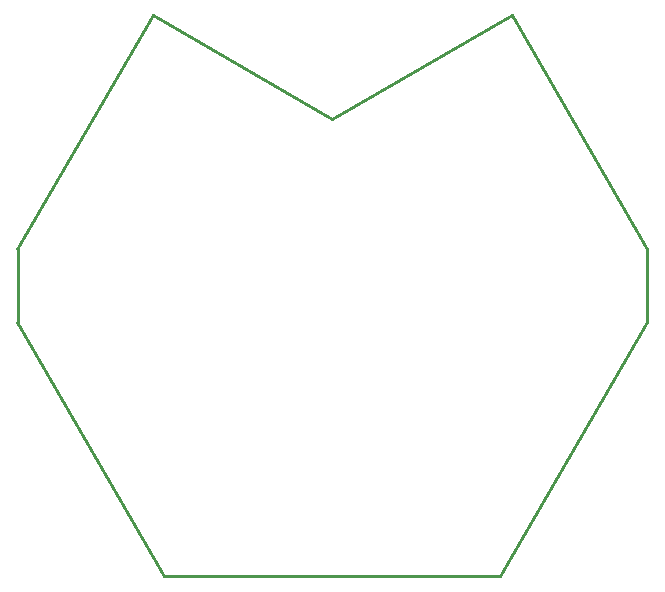
<source format=gko>
G04 Layer: BoardOutlineLayer*
G04 EasyEDA v6.5.22, 2023-01-18 14:56:14*
G04 eb7a50f388b942ddb5e33576d95934dd,93c32eb58a6e4653a9b851d96a472eee,10*
G04 Gerber Generator version 0.2*
G04 Scale: 100 percent, Rotated: No, Reflected: No *
G04 Dimensions in millimeters *
G04 leading zeros omitted , absolute positions ,4 integer and 5 decimal *
%FSLAX45Y45*%
%MOMM*%

%ADD10C,0.2540*%
D10*
X-2069845Y2452370D02*
G01*
X-924559Y4436110D01*
X3263900Y1840484D02*
G01*
X2018538Y-316229D01*
X-824738Y-316229D01*
X-2070607Y1841245D01*
X2118613Y4435602D02*
G01*
X3262629Y2454147D01*
X3260343Y2458069D02*
G01*
X3260343Y1834530D01*
X-2066544Y2458069D02*
G01*
X-2066544Y1834530D01*
X-924054Y4436920D02*
G01*
X596900Y3558796D01*
X2117854Y4436920D01*
X3260343Y2458069D02*
G01*
X3260343Y1834530D01*
X-2066544Y2458069D02*
G01*
X-2066544Y1834530D01*
X-924054Y4436920D02*
G01*
X596900Y3558796D01*
X2117854Y4436920D01*

%LPD*%
M02*

</source>
